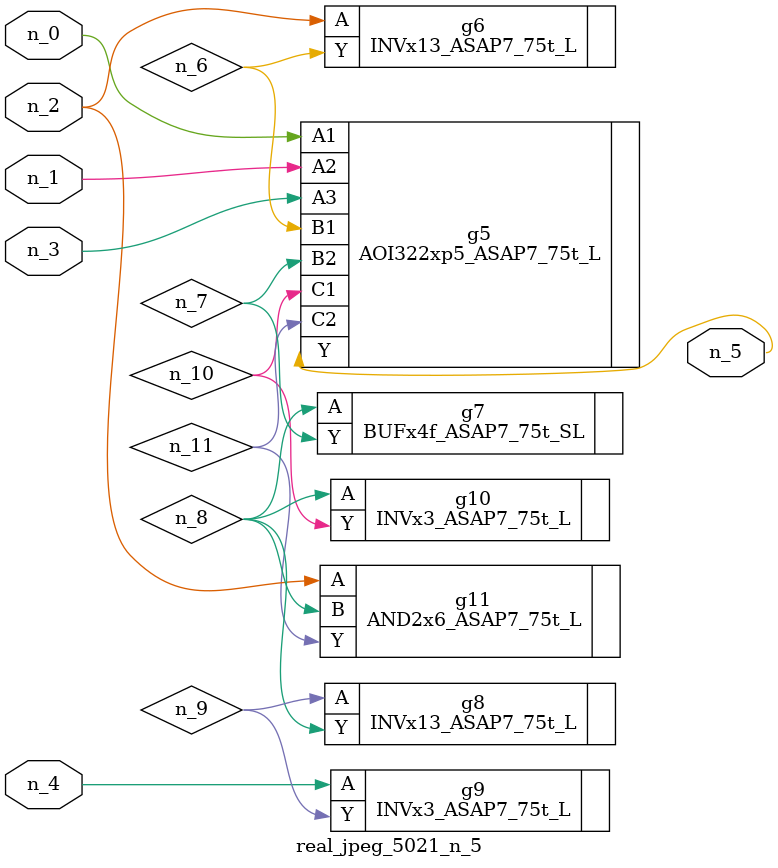
<source format=v>
module real_jpeg_5021_n_5 (n_4, n_0, n_1, n_2, n_3, n_5);

input n_4;
input n_0;
input n_1;
input n_2;
input n_3;

output n_5;

wire n_8;
wire n_11;
wire n_6;
wire n_7;
wire n_10;
wire n_9;

AOI322xp5_ASAP7_75t_L g5 ( 
.A1(n_0),
.A2(n_1),
.A3(n_3),
.B1(n_6),
.B2(n_7),
.C1(n_10),
.C2(n_11),
.Y(n_5)
);

INVx13_ASAP7_75t_L g6 ( 
.A(n_2),
.Y(n_6)
);

AND2x6_ASAP7_75t_L g11 ( 
.A(n_2),
.B(n_8),
.Y(n_11)
);

INVx3_ASAP7_75t_L g9 ( 
.A(n_4),
.Y(n_9)
);

BUFx4f_ASAP7_75t_SL g7 ( 
.A(n_8),
.Y(n_7)
);

INVx3_ASAP7_75t_L g10 ( 
.A(n_8),
.Y(n_10)
);

INVx13_ASAP7_75t_L g8 ( 
.A(n_9),
.Y(n_8)
);


endmodule
</source>
